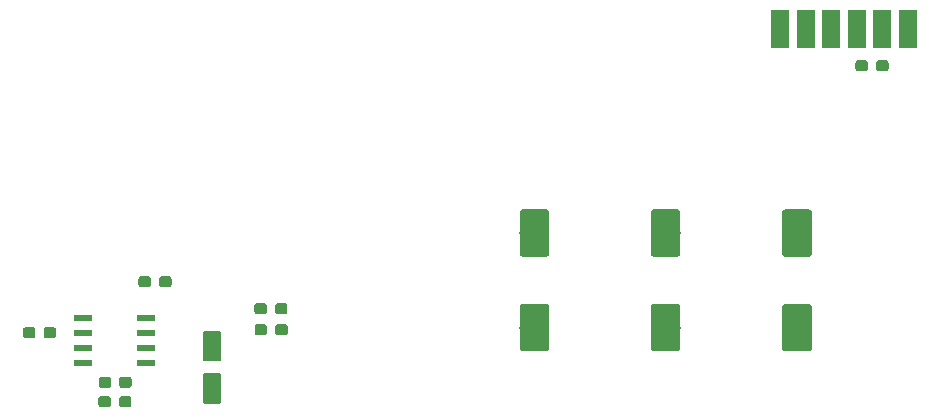
<source format=gtp>
G04 #@! TF.GenerationSoftware,KiCad,Pcbnew,(5.1.0)-1*
G04 #@! TF.CreationDate,2019-06-17T15:30:07-04:00*
G04 #@! TF.ProjectId,PSX Breakout,50535820-4272-4656-916b-6f75742e6b69,rev?*
G04 #@! TF.SameCoordinates,Original*
G04 #@! TF.FileFunction,Paste,Top*
G04 #@! TF.FilePolarity,Positive*
%FSLAX46Y46*%
G04 Gerber Fmt 4.6, Leading zero omitted, Abs format (unit mm)*
G04 Created by KiCad (PCBNEW (5.1.0)-1) date 2019-06-17 15:30:07*
%MOMM*%
%LPD*%
G04 APERTURE LIST*
%ADD10R,1.500000X3.200000*%
%ADD11C,0.100000*%
%ADD12C,0.950000*%
%ADD13C,2.500000*%
%ADD14C,1.600000*%
%ADD15R,1.550000X0.600000*%
G04 APERTURE END LIST*
D10*
X188330000Y-61750000D03*
X177511818Y-61750000D03*
X179675454Y-61750000D03*
X181839090Y-61750000D03*
X184002726Y-61750000D03*
X186166362Y-61750000D03*
D11*
G36*
X114243779Y-87029144D02*
G01*
X114266834Y-87032563D01*
X114289443Y-87038227D01*
X114311387Y-87046079D01*
X114332457Y-87056044D01*
X114352448Y-87068026D01*
X114371168Y-87081910D01*
X114388438Y-87097562D01*
X114404090Y-87114832D01*
X114417974Y-87133552D01*
X114429956Y-87153543D01*
X114439921Y-87174613D01*
X114447773Y-87196557D01*
X114453437Y-87219166D01*
X114456856Y-87242221D01*
X114458000Y-87265500D01*
X114458000Y-87740500D01*
X114456856Y-87763779D01*
X114453437Y-87786834D01*
X114447773Y-87809443D01*
X114439921Y-87831387D01*
X114429956Y-87852457D01*
X114417974Y-87872448D01*
X114404090Y-87891168D01*
X114388438Y-87908438D01*
X114371168Y-87924090D01*
X114352448Y-87937974D01*
X114332457Y-87949956D01*
X114311387Y-87959921D01*
X114289443Y-87967773D01*
X114266834Y-87973437D01*
X114243779Y-87976856D01*
X114220500Y-87978000D01*
X113645500Y-87978000D01*
X113622221Y-87976856D01*
X113599166Y-87973437D01*
X113576557Y-87967773D01*
X113554613Y-87959921D01*
X113533543Y-87949956D01*
X113513552Y-87937974D01*
X113494832Y-87924090D01*
X113477562Y-87908438D01*
X113461910Y-87891168D01*
X113448026Y-87872448D01*
X113436044Y-87852457D01*
X113426079Y-87831387D01*
X113418227Y-87809443D01*
X113412563Y-87786834D01*
X113409144Y-87763779D01*
X113408000Y-87740500D01*
X113408000Y-87265500D01*
X113409144Y-87242221D01*
X113412563Y-87219166D01*
X113418227Y-87196557D01*
X113426079Y-87174613D01*
X113436044Y-87153543D01*
X113448026Y-87133552D01*
X113461910Y-87114832D01*
X113477562Y-87097562D01*
X113494832Y-87081910D01*
X113513552Y-87068026D01*
X113533543Y-87056044D01*
X113554613Y-87046079D01*
X113576557Y-87038227D01*
X113599166Y-87032563D01*
X113622221Y-87029144D01*
X113645500Y-87028000D01*
X114220500Y-87028000D01*
X114243779Y-87029144D01*
X114243779Y-87029144D01*
G37*
D12*
X113933000Y-87503000D03*
D11*
G36*
X115993779Y-87029144D02*
G01*
X116016834Y-87032563D01*
X116039443Y-87038227D01*
X116061387Y-87046079D01*
X116082457Y-87056044D01*
X116102448Y-87068026D01*
X116121168Y-87081910D01*
X116138438Y-87097562D01*
X116154090Y-87114832D01*
X116167974Y-87133552D01*
X116179956Y-87153543D01*
X116189921Y-87174613D01*
X116197773Y-87196557D01*
X116203437Y-87219166D01*
X116206856Y-87242221D01*
X116208000Y-87265500D01*
X116208000Y-87740500D01*
X116206856Y-87763779D01*
X116203437Y-87786834D01*
X116197773Y-87809443D01*
X116189921Y-87831387D01*
X116179956Y-87852457D01*
X116167974Y-87872448D01*
X116154090Y-87891168D01*
X116138438Y-87908438D01*
X116121168Y-87924090D01*
X116102448Y-87937974D01*
X116082457Y-87949956D01*
X116061387Y-87959921D01*
X116039443Y-87967773D01*
X116016834Y-87973437D01*
X115993779Y-87976856D01*
X115970500Y-87978000D01*
X115395500Y-87978000D01*
X115372221Y-87976856D01*
X115349166Y-87973437D01*
X115326557Y-87967773D01*
X115304613Y-87959921D01*
X115283543Y-87949956D01*
X115263552Y-87937974D01*
X115244832Y-87924090D01*
X115227562Y-87908438D01*
X115211910Y-87891168D01*
X115198026Y-87872448D01*
X115186044Y-87852457D01*
X115176079Y-87831387D01*
X115168227Y-87809443D01*
X115162563Y-87786834D01*
X115159144Y-87763779D01*
X115158000Y-87740500D01*
X115158000Y-87265500D01*
X115159144Y-87242221D01*
X115162563Y-87219166D01*
X115168227Y-87196557D01*
X115176079Y-87174613D01*
X115186044Y-87153543D01*
X115198026Y-87133552D01*
X115211910Y-87114832D01*
X115227562Y-87097562D01*
X115244832Y-87081910D01*
X115263552Y-87068026D01*
X115283543Y-87056044D01*
X115304613Y-87046079D01*
X115326557Y-87038227D01*
X115349166Y-87032563D01*
X115372221Y-87029144D01*
X115395500Y-87028000D01*
X115970500Y-87028000D01*
X115993779Y-87029144D01*
X115993779Y-87029144D01*
G37*
D12*
X115683000Y-87503000D03*
D11*
G36*
X168837504Y-77059204D02*
G01*
X168861773Y-77062804D01*
X168885571Y-77068765D01*
X168908671Y-77077030D01*
X168930849Y-77087520D01*
X168951893Y-77100133D01*
X168971598Y-77114747D01*
X168989777Y-77131223D01*
X169006253Y-77149402D01*
X169020867Y-77169107D01*
X169033480Y-77190151D01*
X169043970Y-77212329D01*
X169052235Y-77235429D01*
X169058196Y-77259227D01*
X169061796Y-77283496D01*
X169063000Y-77308000D01*
X169063000Y-80808000D01*
X169061796Y-80832504D01*
X169058196Y-80856773D01*
X169052235Y-80880571D01*
X169043970Y-80903671D01*
X169033480Y-80925849D01*
X169020867Y-80946893D01*
X169006253Y-80966598D01*
X168989777Y-80984777D01*
X168971598Y-81001253D01*
X168951893Y-81015867D01*
X168930849Y-81028480D01*
X168908671Y-81038970D01*
X168885571Y-81047235D01*
X168861773Y-81053196D01*
X168837504Y-81056796D01*
X168813000Y-81058000D01*
X166813000Y-81058000D01*
X166788496Y-81056796D01*
X166764227Y-81053196D01*
X166740429Y-81047235D01*
X166717329Y-81038970D01*
X166695151Y-81028480D01*
X166674107Y-81015867D01*
X166654402Y-81001253D01*
X166636223Y-80984777D01*
X166619747Y-80966598D01*
X166605133Y-80946893D01*
X166592520Y-80925849D01*
X166582030Y-80903671D01*
X166573765Y-80880571D01*
X166567804Y-80856773D01*
X166564204Y-80832504D01*
X166563000Y-80808000D01*
X166563000Y-77308000D01*
X166564204Y-77283496D01*
X166567804Y-77259227D01*
X166573765Y-77235429D01*
X166582030Y-77212329D01*
X166592520Y-77190151D01*
X166605133Y-77169107D01*
X166619747Y-77149402D01*
X166636223Y-77131223D01*
X166654402Y-77114747D01*
X166674107Y-77100133D01*
X166695151Y-77087520D01*
X166717329Y-77077030D01*
X166740429Y-77068765D01*
X166764227Y-77062804D01*
X166788496Y-77059204D01*
X166813000Y-77058000D01*
X168813000Y-77058000D01*
X168837504Y-77059204D01*
X168837504Y-77059204D01*
G37*
D13*
X167813000Y-79058000D03*
D11*
G36*
X168837504Y-85059204D02*
G01*
X168861773Y-85062804D01*
X168885571Y-85068765D01*
X168908671Y-85077030D01*
X168930849Y-85087520D01*
X168951893Y-85100133D01*
X168971598Y-85114747D01*
X168989777Y-85131223D01*
X169006253Y-85149402D01*
X169020867Y-85169107D01*
X169033480Y-85190151D01*
X169043970Y-85212329D01*
X169052235Y-85235429D01*
X169058196Y-85259227D01*
X169061796Y-85283496D01*
X169063000Y-85308000D01*
X169063000Y-88808000D01*
X169061796Y-88832504D01*
X169058196Y-88856773D01*
X169052235Y-88880571D01*
X169043970Y-88903671D01*
X169033480Y-88925849D01*
X169020867Y-88946893D01*
X169006253Y-88966598D01*
X168989777Y-88984777D01*
X168971598Y-89001253D01*
X168951893Y-89015867D01*
X168930849Y-89028480D01*
X168908671Y-89038970D01*
X168885571Y-89047235D01*
X168861773Y-89053196D01*
X168837504Y-89056796D01*
X168813000Y-89058000D01*
X166813000Y-89058000D01*
X166788496Y-89056796D01*
X166764227Y-89053196D01*
X166740429Y-89047235D01*
X166717329Y-89038970D01*
X166695151Y-89028480D01*
X166674107Y-89015867D01*
X166654402Y-89001253D01*
X166636223Y-88984777D01*
X166619747Y-88966598D01*
X166605133Y-88946893D01*
X166592520Y-88925849D01*
X166582030Y-88903671D01*
X166573765Y-88880571D01*
X166567804Y-88856773D01*
X166564204Y-88832504D01*
X166563000Y-88808000D01*
X166563000Y-85308000D01*
X166564204Y-85283496D01*
X166567804Y-85259227D01*
X166573765Y-85235429D01*
X166582030Y-85212329D01*
X166592520Y-85190151D01*
X166605133Y-85169107D01*
X166619747Y-85149402D01*
X166636223Y-85131223D01*
X166654402Y-85114747D01*
X166674107Y-85100133D01*
X166695151Y-85087520D01*
X166717329Y-85077030D01*
X166740429Y-85068765D01*
X166764227Y-85062804D01*
X166788496Y-85059204D01*
X166813000Y-85058000D01*
X168813000Y-85058000D01*
X168837504Y-85059204D01*
X168837504Y-85059204D01*
G37*
D13*
X167813000Y-87058000D03*
D11*
G36*
X179967504Y-85059204D02*
G01*
X179991773Y-85062804D01*
X180015571Y-85068765D01*
X180038671Y-85077030D01*
X180060849Y-85087520D01*
X180081893Y-85100133D01*
X180101598Y-85114747D01*
X180119777Y-85131223D01*
X180136253Y-85149402D01*
X180150867Y-85169107D01*
X180163480Y-85190151D01*
X180173970Y-85212329D01*
X180182235Y-85235429D01*
X180188196Y-85259227D01*
X180191796Y-85283496D01*
X180193000Y-85308000D01*
X180193000Y-88808000D01*
X180191796Y-88832504D01*
X180188196Y-88856773D01*
X180182235Y-88880571D01*
X180173970Y-88903671D01*
X180163480Y-88925849D01*
X180150867Y-88946893D01*
X180136253Y-88966598D01*
X180119777Y-88984777D01*
X180101598Y-89001253D01*
X180081893Y-89015867D01*
X180060849Y-89028480D01*
X180038671Y-89038970D01*
X180015571Y-89047235D01*
X179991773Y-89053196D01*
X179967504Y-89056796D01*
X179943000Y-89058000D01*
X177943000Y-89058000D01*
X177918496Y-89056796D01*
X177894227Y-89053196D01*
X177870429Y-89047235D01*
X177847329Y-89038970D01*
X177825151Y-89028480D01*
X177804107Y-89015867D01*
X177784402Y-89001253D01*
X177766223Y-88984777D01*
X177749747Y-88966598D01*
X177735133Y-88946893D01*
X177722520Y-88925849D01*
X177712030Y-88903671D01*
X177703765Y-88880571D01*
X177697804Y-88856773D01*
X177694204Y-88832504D01*
X177693000Y-88808000D01*
X177693000Y-85308000D01*
X177694204Y-85283496D01*
X177697804Y-85259227D01*
X177703765Y-85235429D01*
X177712030Y-85212329D01*
X177722520Y-85190151D01*
X177735133Y-85169107D01*
X177749747Y-85149402D01*
X177766223Y-85131223D01*
X177784402Y-85114747D01*
X177804107Y-85100133D01*
X177825151Y-85087520D01*
X177847329Y-85077030D01*
X177870429Y-85068765D01*
X177894227Y-85062804D01*
X177918496Y-85059204D01*
X177943000Y-85058000D01*
X179943000Y-85058000D01*
X179967504Y-85059204D01*
X179967504Y-85059204D01*
G37*
D13*
X178943000Y-87058000D03*
D11*
G36*
X179967504Y-77059204D02*
G01*
X179991773Y-77062804D01*
X180015571Y-77068765D01*
X180038671Y-77077030D01*
X180060849Y-77087520D01*
X180081893Y-77100133D01*
X180101598Y-77114747D01*
X180119777Y-77131223D01*
X180136253Y-77149402D01*
X180150867Y-77169107D01*
X180163480Y-77190151D01*
X180173970Y-77212329D01*
X180182235Y-77235429D01*
X180188196Y-77259227D01*
X180191796Y-77283496D01*
X180193000Y-77308000D01*
X180193000Y-80808000D01*
X180191796Y-80832504D01*
X180188196Y-80856773D01*
X180182235Y-80880571D01*
X180173970Y-80903671D01*
X180163480Y-80925849D01*
X180150867Y-80946893D01*
X180136253Y-80966598D01*
X180119777Y-80984777D01*
X180101598Y-81001253D01*
X180081893Y-81015867D01*
X180060849Y-81028480D01*
X180038671Y-81038970D01*
X180015571Y-81047235D01*
X179991773Y-81053196D01*
X179967504Y-81056796D01*
X179943000Y-81058000D01*
X177943000Y-81058000D01*
X177918496Y-81056796D01*
X177894227Y-81053196D01*
X177870429Y-81047235D01*
X177847329Y-81038970D01*
X177825151Y-81028480D01*
X177804107Y-81015867D01*
X177784402Y-81001253D01*
X177766223Y-80984777D01*
X177749747Y-80966598D01*
X177735133Y-80946893D01*
X177722520Y-80925849D01*
X177712030Y-80903671D01*
X177703765Y-80880571D01*
X177697804Y-80856773D01*
X177694204Y-80832504D01*
X177693000Y-80808000D01*
X177693000Y-77308000D01*
X177694204Y-77283496D01*
X177697804Y-77259227D01*
X177703765Y-77235429D01*
X177712030Y-77212329D01*
X177722520Y-77190151D01*
X177735133Y-77169107D01*
X177749747Y-77149402D01*
X177766223Y-77131223D01*
X177784402Y-77114747D01*
X177804107Y-77100133D01*
X177825151Y-77087520D01*
X177847329Y-77077030D01*
X177870429Y-77068765D01*
X177894227Y-77062804D01*
X177918496Y-77059204D01*
X177943000Y-77058000D01*
X179943000Y-77058000D01*
X179967504Y-77059204D01*
X179967504Y-77059204D01*
G37*
D13*
X178943000Y-79058000D03*
D11*
G36*
X157742504Y-77059204D02*
G01*
X157766773Y-77062804D01*
X157790571Y-77068765D01*
X157813671Y-77077030D01*
X157835849Y-77087520D01*
X157856893Y-77100133D01*
X157876598Y-77114747D01*
X157894777Y-77131223D01*
X157911253Y-77149402D01*
X157925867Y-77169107D01*
X157938480Y-77190151D01*
X157948970Y-77212329D01*
X157957235Y-77235429D01*
X157963196Y-77259227D01*
X157966796Y-77283496D01*
X157968000Y-77308000D01*
X157968000Y-80808000D01*
X157966796Y-80832504D01*
X157963196Y-80856773D01*
X157957235Y-80880571D01*
X157948970Y-80903671D01*
X157938480Y-80925849D01*
X157925867Y-80946893D01*
X157911253Y-80966598D01*
X157894777Y-80984777D01*
X157876598Y-81001253D01*
X157856893Y-81015867D01*
X157835849Y-81028480D01*
X157813671Y-81038970D01*
X157790571Y-81047235D01*
X157766773Y-81053196D01*
X157742504Y-81056796D01*
X157718000Y-81058000D01*
X155718000Y-81058000D01*
X155693496Y-81056796D01*
X155669227Y-81053196D01*
X155645429Y-81047235D01*
X155622329Y-81038970D01*
X155600151Y-81028480D01*
X155579107Y-81015867D01*
X155559402Y-81001253D01*
X155541223Y-80984777D01*
X155524747Y-80966598D01*
X155510133Y-80946893D01*
X155497520Y-80925849D01*
X155487030Y-80903671D01*
X155478765Y-80880571D01*
X155472804Y-80856773D01*
X155469204Y-80832504D01*
X155468000Y-80808000D01*
X155468000Y-77308000D01*
X155469204Y-77283496D01*
X155472804Y-77259227D01*
X155478765Y-77235429D01*
X155487030Y-77212329D01*
X155497520Y-77190151D01*
X155510133Y-77169107D01*
X155524747Y-77149402D01*
X155541223Y-77131223D01*
X155559402Y-77114747D01*
X155579107Y-77100133D01*
X155600151Y-77087520D01*
X155622329Y-77077030D01*
X155645429Y-77068765D01*
X155669227Y-77062804D01*
X155693496Y-77059204D01*
X155718000Y-77058000D01*
X157718000Y-77058000D01*
X157742504Y-77059204D01*
X157742504Y-77059204D01*
G37*
D13*
X156718000Y-79058000D03*
D11*
G36*
X157742504Y-85059204D02*
G01*
X157766773Y-85062804D01*
X157790571Y-85068765D01*
X157813671Y-85077030D01*
X157835849Y-85087520D01*
X157856893Y-85100133D01*
X157876598Y-85114747D01*
X157894777Y-85131223D01*
X157911253Y-85149402D01*
X157925867Y-85169107D01*
X157938480Y-85190151D01*
X157948970Y-85212329D01*
X157957235Y-85235429D01*
X157963196Y-85259227D01*
X157966796Y-85283496D01*
X157968000Y-85308000D01*
X157968000Y-88808000D01*
X157966796Y-88832504D01*
X157963196Y-88856773D01*
X157957235Y-88880571D01*
X157948970Y-88903671D01*
X157938480Y-88925849D01*
X157925867Y-88946893D01*
X157911253Y-88966598D01*
X157894777Y-88984777D01*
X157876598Y-89001253D01*
X157856893Y-89015867D01*
X157835849Y-89028480D01*
X157813671Y-89038970D01*
X157790571Y-89047235D01*
X157766773Y-89053196D01*
X157742504Y-89056796D01*
X157718000Y-89058000D01*
X155718000Y-89058000D01*
X155693496Y-89056796D01*
X155669227Y-89053196D01*
X155645429Y-89047235D01*
X155622329Y-89038970D01*
X155600151Y-89028480D01*
X155579107Y-89015867D01*
X155559402Y-89001253D01*
X155541223Y-88984777D01*
X155524747Y-88966598D01*
X155510133Y-88946893D01*
X155497520Y-88925849D01*
X155487030Y-88903671D01*
X155478765Y-88880571D01*
X155472804Y-88856773D01*
X155469204Y-88832504D01*
X155468000Y-88808000D01*
X155468000Y-85308000D01*
X155469204Y-85283496D01*
X155472804Y-85259227D01*
X155478765Y-85235429D01*
X155487030Y-85212329D01*
X155497520Y-85190151D01*
X155510133Y-85169107D01*
X155524747Y-85149402D01*
X155541223Y-85131223D01*
X155559402Y-85114747D01*
X155579107Y-85100133D01*
X155600151Y-85087520D01*
X155622329Y-85077030D01*
X155645429Y-85068765D01*
X155669227Y-85062804D01*
X155693496Y-85059204D01*
X155718000Y-85058000D01*
X157718000Y-85058000D01*
X157742504Y-85059204D01*
X157742504Y-85059204D01*
G37*
D13*
X156718000Y-87058000D03*
D11*
G36*
X129987504Y-87325204D02*
G01*
X130011773Y-87328804D01*
X130035571Y-87334765D01*
X130058671Y-87343030D01*
X130080849Y-87353520D01*
X130101893Y-87366133D01*
X130121598Y-87380747D01*
X130139777Y-87397223D01*
X130156253Y-87415402D01*
X130170867Y-87435107D01*
X130183480Y-87456151D01*
X130193970Y-87478329D01*
X130202235Y-87501429D01*
X130208196Y-87525227D01*
X130211796Y-87549496D01*
X130213000Y-87574000D01*
X130213000Y-89674000D01*
X130211796Y-89698504D01*
X130208196Y-89722773D01*
X130202235Y-89746571D01*
X130193970Y-89769671D01*
X130183480Y-89791849D01*
X130170867Y-89812893D01*
X130156253Y-89832598D01*
X130139777Y-89850777D01*
X130121598Y-89867253D01*
X130101893Y-89881867D01*
X130080849Y-89894480D01*
X130058671Y-89904970D01*
X130035571Y-89913235D01*
X130011773Y-89919196D01*
X129987504Y-89922796D01*
X129963000Y-89924000D01*
X128863000Y-89924000D01*
X128838496Y-89922796D01*
X128814227Y-89919196D01*
X128790429Y-89913235D01*
X128767329Y-89904970D01*
X128745151Y-89894480D01*
X128724107Y-89881867D01*
X128704402Y-89867253D01*
X128686223Y-89850777D01*
X128669747Y-89832598D01*
X128655133Y-89812893D01*
X128642520Y-89791849D01*
X128632030Y-89769671D01*
X128623765Y-89746571D01*
X128617804Y-89722773D01*
X128614204Y-89698504D01*
X128613000Y-89674000D01*
X128613000Y-87574000D01*
X128614204Y-87549496D01*
X128617804Y-87525227D01*
X128623765Y-87501429D01*
X128632030Y-87478329D01*
X128642520Y-87456151D01*
X128655133Y-87435107D01*
X128669747Y-87415402D01*
X128686223Y-87397223D01*
X128704402Y-87380747D01*
X128724107Y-87366133D01*
X128745151Y-87353520D01*
X128767329Y-87343030D01*
X128790429Y-87334765D01*
X128814227Y-87328804D01*
X128838496Y-87325204D01*
X128863000Y-87324000D01*
X129963000Y-87324000D01*
X129987504Y-87325204D01*
X129987504Y-87325204D01*
G37*
D14*
X129413000Y-88624000D03*
D11*
G36*
X129987504Y-90925204D02*
G01*
X130011773Y-90928804D01*
X130035571Y-90934765D01*
X130058671Y-90943030D01*
X130080849Y-90953520D01*
X130101893Y-90966133D01*
X130121598Y-90980747D01*
X130139777Y-90997223D01*
X130156253Y-91015402D01*
X130170867Y-91035107D01*
X130183480Y-91056151D01*
X130193970Y-91078329D01*
X130202235Y-91101429D01*
X130208196Y-91125227D01*
X130211796Y-91149496D01*
X130213000Y-91174000D01*
X130213000Y-93274000D01*
X130211796Y-93298504D01*
X130208196Y-93322773D01*
X130202235Y-93346571D01*
X130193970Y-93369671D01*
X130183480Y-93391849D01*
X130170867Y-93412893D01*
X130156253Y-93432598D01*
X130139777Y-93450777D01*
X130121598Y-93467253D01*
X130101893Y-93481867D01*
X130080849Y-93494480D01*
X130058671Y-93504970D01*
X130035571Y-93513235D01*
X130011773Y-93519196D01*
X129987504Y-93522796D01*
X129963000Y-93524000D01*
X128863000Y-93524000D01*
X128838496Y-93522796D01*
X128814227Y-93519196D01*
X128790429Y-93513235D01*
X128767329Y-93504970D01*
X128745151Y-93494480D01*
X128724107Y-93481867D01*
X128704402Y-93467253D01*
X128686223Y-93450777D01*
X128669747Y-93432598D01*
X128655133Y-93412893D01*
X128642520Y-93391849D01*
X128632030Y-93369671D01*
X128623765Y-93346571D01*
X128617804Y-93322773D01*
X128614204Y-93298504D01*
X128613000Y-93274000D01*
X128613000Y-91174000D01*
X128614204Y-91149496D01*
X128617804Y-91125227D01*
X128623765Y-91101429D01*
X128632030Y-91078329D01*
X128642520Y-91056151D01*
X128655133Y-91035107D01*
X128669747Y-91015402D01*
X128686223Y-90997223D01*
X128704402Y-90980747D01*
X128724107Y-90966133D01*
X128745151Y-90953520D01*
X128767329Y-90943030D01*
X128790429Y-90934765D01*
X128814227Y-90928804D01*
X128838496Y-90925204D01*
X128863000Y-90924000D01*
X129963000Y-90924000D01*
X129987504Y-90925204D01*
X129987504Y-90925204D01*
G37*
D14*
X129413000Y-92224000D03*
D11*
G36*
X120645779Y-91220144D02*
G01*
X120668834Y-91223563D01*
X120691443Y-91229227D01*
X120713387Y-91237079D01*
X120734457Y-91247044D01*
X120754448Y-91259026D01*
X120773168Y-91272910D01*
X120790438Y-91288562D01*
X120806090Y-91305832D01*
X120819974Y-91324552D01*
X120831956Y-91344543D01*
X120841921Y-91365613D01*
X120849773Y-91387557D01*
X120855437Y-91410166D01*
X120858856Y-91433221D01*
X120860000Y-91456500D01*
X120860000Y-91931500D01*
X120858856Y-91954779D01*
X120855437Y-91977834D01*
X120849773Y-92000443D01*
X120841921Y-92022387D01*
X120831956Y-92043457D01*
X120819974Y-92063448D01*
X120806090Y-92082168D01*
X120790438Y-92099438D01*
X120773168Y-92115090D01*
X120754448Y-92128974D01*
X120734457Y-92140956D01*
X120713387Y-92150921D01*
X120691443Y-92158773D01*
X120668834Y-92164437D01*
X120645779Y-92167856D01*
X120622500Y-92169000D01*
X120047500Y-92169000D01*
X120024221Y-92167856D01*
X120001166Y-92164437D01*
X119978557Y-92158773D01*
X119956613Y-92150921D01*
X119935543Y-92140956D01*
X119915552Y-92128974D01*
X119896832Y-92115090D01*
X119879562Y-92099438D01*
X119863910Y-92082168D01*
X119850026Y-92063448D01*
X119838044Y-92043457D01*
X119828079Y-92022387D01*
X119820227Y-92000443D01*
X119814563Y-91977834D01*
X119811144Y-91954779D01*
X119810000Y-91931500D01*
X119810000Y-91456500D01*
X119811144Y-91433221D01*
X119814563Y-91410166D01*
X119820227Y-91387557D01*
X119828079Y-91365613D01*
X119838044Y-91344543D01*
X119850026Y-91324552D01*
X119863910Y-91305832D01*
X119879562Y-91288562D01*
X119896832Y-91272910D01*
X119915552Y-91259026D01*
X119935543Y-91247044D01*
X119956613Y-91237079D01*
X119978557Y-91229227D01*
X120001166Y-91223563D01*
X120024221Y-91220144D01*
X120047500Y-91219000D01*
X120622500Y-91219000D01*
X120645779Y-91220144D01*
X120645779Y-91220144D01*
G37*
D12*
X120335000Y-91694000D03*
D11*
G36*
X122395779Y-91220144D02*
G01*
X122418834Y-91223563D01*
X122441443Y-91229227D01*
X122463387Y-91237079D01*
X122484457Y-91247044D01*
X122504448Y-91259026D01*
X122523168Y-91272910D01*
X122540438Y-91288562D01*
X122556090Y-91305832D01*
X122569974Y-91324552D01*
X122581956Y-91344543D01*
X122591921Y-91365613D01*
X122599773Y-91387557D01*
X122605437Y-91410166D01*
X122608856Y-91433221D01*
X122610000Y-91456500D01*
X122610000Y-91931500D01*
X122608856Y-91954779D01*
X122605437Y-91977834D01*
X122599773Y-92000443D01*
X122591921Y-92022387D01*
X122581956Y-92043457D01*
X122569974Y-92063448D01*
X122556090Y-92082168D01*
X122540438Y-92099438D01*
X122523168Y-92115090D01*
X122504448Y-92128974D01*
X122484457Y-92140956D01*
X122463387Y-92150921D01*
X122441443Y-92158773D01*
X122418834Y-92164437D01*
X122395779Y-92167856D01*
X122372500Y-92169000D01*
X121797500Y-92169000D01*
X121774221Y-92167856D01*
X121751166Y-92164437D01*
X121728557Y-92158773D01*
X121706613Y-92150921D01*
X121685543Y-92140956D01*
X121665552Y-92128974D01*
X121646832Y-92115090D01*
X121629562Y-92099438D01*
X121613910Y-92082168D01*
X121600026Y-92063448D01*
X121588044Y-92043457D01*
X121578079Y-92022387D01*
X121570227Y-92000443D01*
X121564563Y-91977834D01*
X121561144Y-91954779D01*
X121560000Y-91931500D01*
X121560000Y-91456500D01*
X121561144Y-91433221D01*
X121564563Y-91410166D01*
X121570227Y-91387557D01*
X121578079Y-91365613D01*
X121588044Y-91344543D01*
X121600026Y-91324552D01*
X121613910Y-91305832D01*
X121629562Y-91288562D01*
X121646832Y-91272910D01*
X121665552Y-91259026D01*
X121685543Y-91247044D01*
X121706613Y-91237079D01*
X121728557Y-91229227D01*
X121751166Y-91223563D01*
X121774221Y-91220144D01*
X121797500Y-91219000D01*
X122372500Y-91219000D01*
X122395779Y-91220144D01*
X122395779Y-91220144D01*
G37*
D12*
X122085000Y-91694000D03*
D11*
G36*
X122381779Y-92871144D02*
G01*
X122404834Y-92874563D01*
X122427443Y-92880227D01*
X122449387Y-92888079D01*
X122470457Y-92898044D01*
X122490448Y-92910026D01*
X122509168Y-92923910D01*
X122526438Y-92939562D01*
X122542090Y-92956832D01*
X122555974Y-92975552D01*
X122567956Y-92995543D01*
X122577921Y-93016613D01*
X122585773Y-93038557D01*
X122591437Y-93061166D01*
X122594856Y-93084221D01*
X122596000Y-93107500D01*
X122596000Y-93582500D01*
X122594856Y-93605779D01*
X122591437Y-93628834D01*
X122585773Y-93651443D01*
X122577921Y-93673387D01*
X122567956Y-93694457D01*
X122555974Y-93714448D01*
X122542090Y-93733168D01*
X122526438Y-93750438D01*
X122509168Y-93766090D01*
X122490448Y-93779974D01*
X122470457Y-93791956D01*
X122449387Y-93801921D01*
X122427443Y-93809773D01*
X122404834Y-93815437D01*
X122381779Y-93818856D01*
X122358500Y-93820000D01*
X121783500Y-93820000D01*
X121760221Y-93818856D01*
X121737166Y-93815437D01*
X121714557Y-93809773D01*
X121692613Y-93801921D01*
X121671543Y-93791956D01*
X121651552Y-93779974D01*
X121632832Y-93766090D01*
X121615562Y-93750438D01*
X121599910Y-93733168D01*
X121586026Y-93714448D01*
X121574044Y-93694457D01*
X121564079Y-93673387D01*
X121556227Y-93651443D01*
X121550563Y-93628834D01*
X121547144Y-93605779D01*
X121546000Y-93582500D01*
X121546000Y-93107500D01*
X121547144Y-93084221D01*
X121550563Y-93061166D01*
X121556227Y-93038557D01*
X121564079Y-93016613D01*
X121574044Y-92995543D01*
X121586026Y-92975552D01*
X121599910Y-92956832D01*
X121615562Y-92939562D01*
X121632832Y-92923910D01*
X121651552Y-92910026D01*
X121671543Y-92898044D01*
X121692613Y-92888079D01*
X121714557Y-92880227D01*
X121737166Y-92874563D01*
X121760221Y-92871144D01*
X121783500Y-92870000D01*
X122358500Y-92870000D01*
X122381779Y-92871144D01*
X122381779Y-92871144D01*
G37*
D12*
X122071000Y-93345000D03*
D11*
G36*
X120631779Y-92871144D02*
G01*
X120654834Y-92874563D01*
X120677443Y-92880227D01*
X120699387Y-92888079D01*
X120720457Y-92898044D01*
X120740448Y-92910026D01*
X120759168Y-92923910D01*
X120776438Y-92939562D01*
X120792090Y-92956832D01*
X120805974Y-92975552D01*
X120817956Y-92995543D01*
X120827921Y-93016613D01*
X120835773Y-93038557D01*
X120841437Y-93061166D01*
X120844856Y-93084221D01*
X120846000Y-93107500D01*
X120846000Y-93582500D01*
X120844856Y-93605779D01*
X120841437Y-93628834D01*
X120835773Y-93651443D01*
X120827921Y-93673387D01*
X120817956Y-93694457D01*
X120805974Y-93714448D01*
X120792090Y-93733168D01*
X120776438Y-93750438D01*
X120759168Y-93766090D01*
X120740448Y-93779974D01*
X120720457Y-93791956D01*
X120699387Y-93801921D01*
X120677443Y-93809773D01*
X120654834Y-93815437D01*
X120631779Y-93818856D01*
X120608500Y-93820000D01*
X120033500Y-93820000D01*
X120010221Y-93818856D01*
X119987166Y-93815437D01*
X119964557Y-93809773D01*
X119942613Y-93801921D01*
X119921543Y-93791956D01*
X119901552Y-93779974D01*
X119882832Y-93766090D01*
X119865562Y-93750438D01*
X119849910Y-93733168D01*
X119836026Y-93714448D01*
X119824044Y-93694457D01*
X119814079Y-93673387D01*
X119806227Y-93651443D01*
X119800563Y-93628834D01*
X119797144Y-93605779D01*
X119796000Y-93582500D01*
X119796000Y-93107500D01*
X119797144Y-93084221D01*
X119800563Y-93061166D01*
X119806227Y-93038557D01*
X119814079Y-93016613D01*
X119824044Y-92995543D01*
X119836026Y-92975552D01*
X119849910Y-92956832D01*
X119865562Y-92939562D01*
X119882832Y-92923910D01*
X119901552Y-92910026D01*
X119921543Y-92898044D01*
X119942613Y-92888079D01*
X119964557Y-92880227D01*
X119987166Y-92874563D01*
X120010221Y-92871144D01*
X120033500Y-92870000D01*
X120608500Y-92870000D01*
X120631779Y-92871144D01*
X120631779Y-92871144D01*
G37*
D12*
X120321000Y-93345000D03*
D11*
G36*
X133853779Y-86775144D02*
G01*
X133876834Y-86778563D01*
X133899443Y-86784227D01*
X133921387Y-86792079D01*
X133942457Y-86802044D01*
X133962448Y-86814026D01*
X133981168Y-86827910D01*
X133998438Y-86843562D01*
X134014090Y-86860832D01*
X134027974Y-86879552D01*
X134039956Y-86899543D01*
X134049921Y-86920613D01*
X134057773Y-86942557D01*
X134063437Y-86965166D01*
X134066856Y-86988221D01*
X134068000Y-87011500D01*
X134068000Y-87486500D01*
X134066856Y-87509779D01*
X134063437Y-87532834D01*
X134057773Y-87555443D01*
X134049921Y-87577387D01*
X134039956Y-87598457D01*
X134027974Y-87618448D01*
X134014090Y-87637168D01*
X133998438Y-87654438D01*
X133981168Y-87670090D01*
X133962448Y-87683974D01*
X133942457Y-87695956D01*
X133921387Y-87705921D01*
X133899443Y-87713773D01*
X133876834Y-87719437D01*
X133853779Y-87722856D01*
X133830500Y-87724000D01*
X133255500Y-87724000D01*
X133232221Y-87722856D01*
X133209166Y-87719437D01*
X133186557Y-87713773D01*
X133164613Y-87705921D01*
X133143543Y-87695956D01*
X133123552Y-87683974D01*
X133104832Y-87670090D01*
X133087562Y-87654438D01*
X133071910Y-87637168D01*
X133058026Y-87618448D01*
X133046044Y-87598457D01*
X133036079Y-87577387D01*
X133028227Y-87555443D01*
X133022563Y-87532834D01*
X133019144Y-87509779D01*
X133018000Y-87486500D01*
X133018000Y-87011500D01*
X133019144Y-86988221D01*
X133022563Y-86965166D01*
X133028227Y-86942557D01*
X133036079Y-86920613D01*
X133046044Y-86899543D01*
X133058026Y-86879552D01*
X133071910Y-86860832D01*
X133087562Y-86843562D01*
X133104832Y-86827910D01*
X133123552Y-86814026D01*
X133143543Y-86802044D01*
X133164613Y-86792079D01*
X133186557Y-86784227D01*
X133209166Y-86778563D01*
X133232221Y-86775144D01*
X133255500Y-86774000D01*
X133830500Y-86774000D01*
X133853779Y-86775144D01*
X133853779Y-86775144D01*
G37*
D12*
X133543000Y-87249000D03*
D11*
G36*
X135603779Y-86775144D02*
G01*
X135626834Y-86778563D01*
X135649443Y-86784227D01*
X135671387Y-86792079D01*
X135692457Y-86802044D01*
X135712448Y-86814026D01*
X135731168Y-86827910D01*
X135748438Y-86843562D01*
X135764090Y-86860832D01*
X135777974Y-86879552D01*
X135789956Y-86899543D01*
X135799921Y-86920613D01*
X135807773Y-86942557D01*
X135813437Y-86965166D01*
X135816856Y-86988221D01*
X135818000Y-87011500D01*
X135818000Y-87486500D01*
X135816856Y-87509779D01*
X135813437Y-87532834D01*
X135807773Y-87555443D01*
X135799921Y-87577387D01*
X135789956Y-87598457D01*
X135777974Y-87618448D01*
X135764090Y-87637168D01*
X135748438Y-87654438D01*
X135731168Y-87670090D01*
X135712448Y-87683974D01*
X135692457Y-87695956D01*
X135671387Y-87705921D01*
X135649443Y-87713773D01*
X135626834Y-87719437D01*
X135603779Y-87722856D01*
X135580500Y-87724000D01*
X135005500Y-87724000D01*
X134982221Y-87722856D01*
X134959166Y-87719437D01*
X134936557Y-87713773D01*
X134914613Y-87705921D01*
X134893543Y-87695956D01*
X134873552Y-87683974D01*
X134854832Y-87670090D01*
X134837562Y-87654438D01*
X134821910Y-87637168D01*
X134808026Y-87618448D01*
X134796044Y-87598457D01*
X134786079Y-87577387D01*
X134778227Y-87555443D01*
X134772563Y-87532834D01*
X134769144Y-87509779D01*
X134768000Y-87486500D01*
X134768000Y-87011500D01*
X134769144Y-86988221D01*
X134772563Y-86965166D01*
X134778227Y-86942557D01*
X134786079Y-86920613D01*
X134796044Y-86899543D01*
X134808026Y-86879552D01*
X134821910Y-86860832D01*
X134837562Y-86843562D01*
X134854832Y-86827910D01*
X134873552Y-86814026D01*
X134893543Y-86802044D01*
X134914613Y-86792079D01*
X134936557Y-86784227D01*
X134959166Y-86778563D01*
X134982221Y-86775144D01*
X135005500Y-86774000D01*
X135580500Y-86774000D01*
X135603779Y-86775144D01*
X135603779Y-86775144D01*
G37*
D12*
X135293000Y-87249000D03*
D11*
G36*
X184728779Y-64423144D02*
G01*
X184751834Y-64426563D01*
X184774443Y-64432227D01*
X184796387Y-64440079D01*
X184817457Y-64450044D01*
X184837448Y-64462026D01*
X184856168Y-64475910D01*
X184873438Y-64491562D01*
X184889090Y-64508832D01*
X184902974Y-64527552D01*
X184914956Y-64547543D01*
X184924921Y-64568613D01*
X184932773Y-64590557D01*
X184938437Y-64613166D01*
X184941856Y-64636221D01*
X184943000Y-64659500D01*
X184943000Y-65134500D01*
X184941856Y-65157779D01*
X184938437Y-65180834D01*
X184932773Y-65203443D01*
X184924921Y-65225387D01*
X184914956Y-65246457D01*
X184902974Y-65266448D01*
X184889090Y-65285168D01*
X184873438Y-65302438D01*
X184856168Y-65318090D01*
X184837448Y-65331974D01*
X184817457Y-65343956D01*
X184796387Y-65353921D01*
X184774443Y-65361773D01*
X184751834Y-65367437D01*
X184728779Y-65370856D01*
X184705500Y-65372000D01*
X184130500Y-65372000D01*
X184107221Y-65370856D01*
X184084166Y-65367437D01*
X184061557Y-65361773D01*
X184039613Y-65353921D01*
X184018543Y-65343956D01*
X183998552Y-65331974D01*
X183979832Y-65318090D01*
X183962562Y-65302438D01*
X183946910Y-65285168D01*
X183933026Y-65266448D01*
X183921044Y-65246457D01*
X183911079Y-65225387D01*
X183903227Y-65203443D01*
X183897563Y-65180834D01*
X183894144Y-65157779D01*
X183893000Y-65134500D01*
X183893000Y-64659500D01*
X183894144Y-64636221D01*
X183897563Y-64613166D01*
X183903227Y-64590557D01*
X183911079Y-64568613D01*
X183921044Y-64547543D01*
X183933026Y-64527552D01*
X183946910Y-64508832D01*
X183962562Y-64491562D01*
X183979832Y-64475910D01*
X183998552Y-64462026D01*
X184018543Y-64450044D01*
X184039613Y-64440079D01*
X184061557Y-64432227D01*
X184084166Y-64426563D01*
X184107221Y-64423144D01*
X184130500Y-64422000D01*
X184705500Y-64422000D01*
X184728779Y-64423144D01*
X184728779Y-64423144D01*
G37*
D12*
X184418000Y-64897000D03*
D11*
G36*
X186478779Y-64423144D02*
G01*
X186501834Y-64426563D01*
X186524443Y-64432227D01*
X186546387Y-64440079D01*
X186567457Y-64450044D01*
X186587448Y-64462026D01*
X186606168Y-64475910D01*
X186623438Y-64491562D01*
X186639090Y-64508832D01*
X186652974Y-64527552D01*
X186664956Y-64547543D01*
X186674921Y-64568613D01*
X186682773Y-64590557D01*
X186688437Y-64613166D01*
X186691856Y-64636221D01*
X186693000Y-64659500D01*
X186693000Y-65134500D01*
X186691856Y-65157779D01*
X186688437Y-65180834D01*
X186682773Y-65203443D01*
X186674921Y-65225387D01*
X186664956Y-65246457D01*
X186652974Y-65266448D01*
X186639090Y-65285168D01*
X186623438Y-65302438D01*
X186606168Y-65318090D01*
X186587448Y-65331974D01*
X186567457Y-65343956D01*
X186546387Y-65353921D01*
X186524443Y-65361773D01*
X186501834Y-65367437D01*
X186478779Y-65370856D01*
X186455500Y-65372000D01*
X185880500Y-65372000D01*
X185857221Y-65370856D01*
X185834166Y-65367437D01*
X185811557Y-65361773D01*
X185789613Y-65353921D01*
X185768543Y-65343956D01*
X185748552Y-65331974D01*
X185729832Y-65318090D01*
X185712562Y-65302438D01*
X185696910Y-65285168D01*
X185683026Y-65266448D01*
X185671044Y-65246457D01*
X185661079Y-65225387D01*
X185653227Y-65203443D01*
X185647563Y-65180834D01*
X185644144Y-65157779D01*
X185643000Y-65134500D01*
X185643000Y-64659500D01*
X185644144Y-64636221D01*
X185647563Y-64613166D01*
X185653227Y-64590557D01*
X185661079Y-64568613D01*
X185671044Y-64547543D01*
X185683026Y-64527552D01*
X185696910Y-64508832D01*
X185712562Y-64491562D01*
X185729832Y-64475910D01*
X185748552Y-64462026D01*
X185768543Y-64450044D01*
X185789613Y-64440079D01*
X185811557Y-64432227D01*
X185834166Y-64426563D01*
X185857221Y-64423144D01*
X185880500Y-64422000D01*
X186455500Y-64422000D01*
X186478779Y-64423144D01*
X186478779Y-64423144D01*
G37*
D12*
X186168000Y-64897000D03*
D11*
G36*
X125772779Y-82711144D02*
G01*
X125795834Y-82714563D01*
X125818443Y-82720227D01*
X125840387Y-82728079D01*
X125861457Y-82738044D01*
X125881448Y-82750026D01*
X125900168Y-82763910D01*
X125917438Y-82779562D01*
X125933090Y-82796832D01*
X125946974Y-82815552D01*
X125958956Y-82835543D01*
X125968921Y-82856613D01*
X125976773Y-82878557D01*
X125982437Y-82901166D01*
X125985856Y-82924221D01*
X125987000Y-82947500D01*
X125987000Y-83422500D01*
X125985856Y-83445779D01*
X125982437Y-83468834D01*
X125976773Y-83491443D01*
X125968921Y-83513387D01*
X125958956Y-83534457D01*
X125946974Y-83554448D01*
X125933090Y-83573168D01*
X125917438Y-83590438D01*
X125900168Y-83606090D01*
X125881448Y-83619974D01*
X125861457Y-83631956D01*
X125840387Y-83641921D01*
X125818443Y-83649773D01*
X125795834Y-83655437D01*
X125772779Y-83658856D01*
X125749500Y-83660000D01*
X125174500Y-83660000D01*
X125151221Y-83658856D01*
X125128166Y-83655437D01*
X125105557Y-83649773D01*
X125083613Y-83641921D01*
X125062543Y-83631956D01*
X125042552Y-83619974D01*
X125023832Y-83606090D01*
X125006562Y-83590438D01*
X124990910Y-83573168D01*
X124977026Y-83554448D01*
X124965044Y-83534457D01*
X124955079Y-83513387D01*
X124947227Y-83491443D01*
X124941563Y-83468834D01*
X124938144Y-83445779D01*
X124937000Y-83422500D01*
X124937000Y-82947500D01*
X124938144Y-82924221D01*
X124941563Y-82901166D01*
X124947227Y-82878557D01*
X124955079Y-82856613D01*
X124965044Y-82835543D01*
X124977026Y-82815552D01*
X124990910Y-82796832D01*
X125006562Y-82779562D01*
X125023832Y-82763910D01*
X125042552Y-82750026D01*
X125062543Y-82738044D01*
X125083613Y-82728079D01*
X125105557Y-82720227D01*
X125128166Y-82714563D01*
X125151221Y-82711144D01*
X125174500Y-82710000D01*
X125749500Y-82710000D01*
X125772779Y-82711144D01*
X125772779Y-82711144D01*
G37*
D12*
X125462000Y-83185000D03*
D11*
G36*
X124022779Y-82711144D02*
G01*
X124045834Y-82714563D01*
X124068443Y-82720227D01*
X124090387Y-82728079D01*
X124111457Y-82738044D01*
X124131448Y-82750026D01*
X124150168Y-82763910D01*
X124167438Y-82779562D01*
X124183090Y-82796832D01*
X124196974Y-82815552D01*
X124208956Y-82835543D01*
X124218921Y-82856613D01*
X124226773Y-82878557D01*
X124232437Y-82901166D01*
X124235856Y-82924221D01*
X124237000Y-82947500D01*
X124237000Y-83422500D01*
X124235856Y-83445779D01*
X124232437Y-83468834D01*
X124226773Y-83491443D01*
X124218921Y-83513387D01*
X124208956Y-83534457D01*
X124196974Y-83554448D01*
X124183090Y-83573168D01*
X124167438Y-83590438D01*
X124150168Y-83606090D01*
X124131448Y-83619974D01*
X124111457Y-83631956D01*
X124090387Y-83641921D01*
X124068443Y-83649773D01*
X124045834Y-83655437D01*
X124022779Y-83658856D01*
X123999500Y-83660000D01*
X123424500Y-83660000D01*
X123401221Y-83658856D01*
X123378166Y-83655437D01*
X123355557Y-83649773D01*
X123333613Y-83641921D01*
X123312543Y-83631956D01*
X123292552Y-83619974D01*
X123273832Y-83606090D01*
X123256562Y-83590438D01*
X123240910Y-83573168D01*
X123227026Y-83554448D01*
X123215044Y-83534457D01*
X123205079Y-83513387D01*
X123197227Y-83491443D01*
X123191563Y-83468834D01*
X123188144Y-83445779D01*
X123187000Y-83422500D01*
X123187000Y-82947500D01*
X123188144Y-82924221D01*
X123191563Y-82901166D01*
X123197227Y-82878557D01*
X123205079Y-82856613D01*
X123215044Y-82835543D01*
X123227026Y-82815552D01*
X123240910Y-82796832D01*
X123256562Y-82779562D01*
X123273832Y-82763910D01*
X123292552Y-82750026D01*
X123312543Y-82738044D01*
X123333613Y-82728079D01*
X123355557Y-82720227D01*
X123378166Y-82714563D01*
X123401221Y-82711144D01*
X123424500Y-82710000D01*
X123999500Y-82710000D01*
X124022779Y-82711144D01*
X124022779Y-82711144D01*
G37*
D12*
X123712000Y-83185000D03*
D11*
G36*
X135589779Y-84997144D02*
G01*
X135612834Y-85000563D01*
X135635443Y-85006227D01*
X135657387Y-85014079D01*
X135678457Y-85024044D01*
X135698448Y-85036026D01*
X135717168Y-85049910D01*
X135734438Y-85065562D01*
X135750090Y-85082832D01*
X135763974Y-85101552D01*
X135775956Y-85121543D01*
X135785921Y-85142613D01*
X135793773Y-85164557D01*
X135799437Y-85187166D01*
X135802856Y-85210221D01*
X135804000Y-85233500D01*
X135804000Y-85708500D01*
X135802856Y-85731779D01*
X135799437Y-85754834D01*
X135793773Y-85777443D01*
X135785921Y-85799387D01*
X135775956Y-85820457D01*
X135763974Y-85840448D01*
X135750090Y-85859168D01*
X135734438Y-85876438D01*
X135717168Y-85892090D01*
X135698448Y-85905974D01*
X135678457Y-85917956D01*
X135657387Y-85927921D01*
X135635443Y-85935773D01*
X135612834Y-85941437D01*
X135589779Y-85944856D01*
X135566500Y-85946000D01*
X134991500Y-85946000D01*
X134968221Y-85944856D01*
X134945166Y-85941437D01*
X134922557Y-85935773D01*
X134900613Y-85927921D01*
X134879543Y-85917956D01*
X134859552Y-85905974D01*
X134840832Y-85892090D01*
X134823562Y-85876438D01*
X134807910Y-85859168D01*
X134794026Y-85840448D01*
X134782044Y-85820457D01*
X134772079Y-85799387D01*
X134764227Y-85777443D01*
X134758563Y-85754834D01*
X134755144Y-85731779D01*
X134754000Y-85708500D01*
X134754000Y-85233500D01*
X134755144Y-85210221D01*
X134758563Y-85187166D01*
X134764227Y-85164557D01*
X134772079Y-85142613D01*
X134782044Y-85121543D01*
X134794026Y-85101552D01*
X134807910Y-85082832D01*
X134823562Y-85065562D01*
X134840832Y-85049910D01*
X134859552Y-85036026D01*
X134879543Y-85024044D01*
X134900613Y-85014079D01*
X134922557Y-85006227D01*
X134945166Y-85000563D01*
X134968221Y-84997144D01*
X134991500Y-84996000D01*
X135566500Y-84996000D01*
X135589779Y-84997144D01*
X135589779Y-84997144D01*
G37*
D12*
X135279000Y-85471000D03*
D11*
G36*
X133839779Y-84997144D02*
G01*
X133862834Y-85000563D01*
X133885443Y-85006227D01*
X133907387Y-85014079D01*
X133928457Y-85024044D01*
X133948448Y-85036026D01*
X133967168Y-85049910D01*
X133984438Y-85065562D01*
X134000090Y-85082832D01*
X134013974Y-85101552D01*
X134025956Y-85121543D01*
X134035921Y-85142613D01*
X134043773Y-85164557D01*
X134049437Y-85187166D01*
X134052856Y-85210221D01*
X134054000Y-85233500D01*
X134054000Y-85708500D01*
X134052856Y-85731779D01*
X134049437Y-85754834D01*
X134043773Y-85777443D01*
X134035921Y-85799387D01*
X134025956Y-85820457D01*
X134013974Y-85840448D01*
X134000090Y-85859168D01*
X133984438Y-85876438D01*
X133967168Y-85892090D01*
X133948448Y-85905974D01*
X133928457Y-85917956D01*
X133907387Y-85927921D01*
X133885443Y-85935773D01*
X133862834Y-85941437D01*
X133839779Y-85944856D01*
X133816500Y-85946000D01*
X133241500Y-85946000D01*
X133218221Y-85944856D01*
X133195166Y-85941437D01*
X133172557Y-85935773D01*
X133150613Y-85927921D01*
X133129543Y-85917956D01*
X133109552Y-85905974D01*
X133090832Y-85892090D01*
X133073562Y-85876438D01*
X133057910Y-85859168D01*
X133044026Y-85840448D01*
X133032044Y-85820457D01*
X133022079Y-85799387D01*
X133014227Y-85777443D01*
X133008563Y-85754834D01*
X133005144Y-85731779D01*
X133004000Y-85708500D01*
X133004000Y-85233500D01*
X133005144Y-85210221D01*
X133008563Y-85187166D01*
X133014227Y-85164557D01*
X133022079Y-85142613D01*
X133032044Y-85121543D01*
X133044026Y-85101552D01*
X133057910Y-85082832D01*
X133073562Y-85065562D01*
X133090832Y-85049910D01*
X133109552Y-85036026D01*
X133129543Y-85024044D01*
X133150613Y-85014079D01*
X133172557Y-85006227D01*
X133195166Y-85000563D01*
X133218221Y-84997144D01*
X133241500Y-84996000D01*
X133816500Y-84996000D01*
X133839779Y-84997144D01*
X133839779Y-84997144D01*
G37*
D12*
X133529000Y-85471000D03*
D15*
X118458000Y-86233000D03*
X118458000Y-87503000D03*
X118458000Y-88773000D03*
X118458000Y-90043000D03*
X123858000Y-90043000D03*
X123858000Y-88773000D03*
X123858000Y-87503000D03*
X123858000Y-86233000D03*
M02*

</source>
